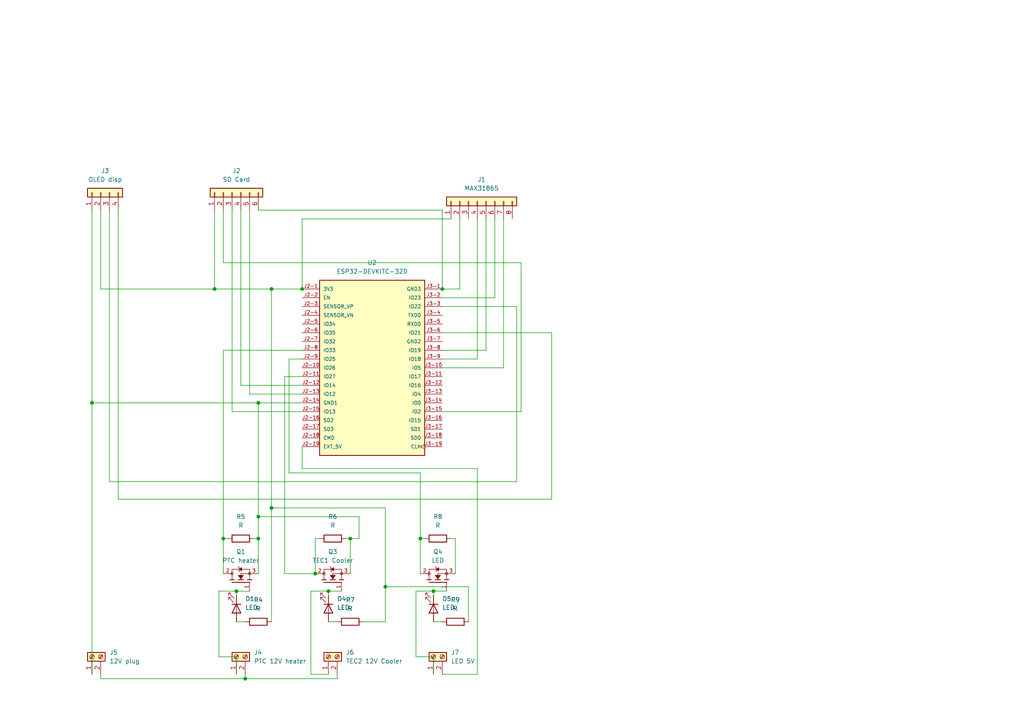
<source format=kicad_sch>
(kicad_sch (version 20250114) (generator "eeschema") (generator_version "9.0")
  (paper "A4")
  (lib_symbols
    (symbol "Connector:Screw_Terminal_01x02" (pin_names (offset 1.016) (hide yes))
      (property "Reference" "J" (at 0 2.54 0))
      (property "Value" "Screw_Terminal_01x02" (at 0 -5.08 0))
      (symbol "Screw_Terminal_01x02_1_1"
        (rectangle (start -1.27 1.27) (end 1.27 -3.81) (stroke (width 0.254)) (fill (type background)))
        (polyline (pts (xy -0.5334 0.3302) (xy 0.3302 -0.508)) (stroke (width 0.1524)))
        (polyline (pts (xy -0.5334 -2.2098) (xy 0.3302 -3.048)) (stroke (width 0.1524)))
        (polyline (pts (xy -0.3556 0.508) (xy 0.508 -0.3302)) (stroke (width 0.1524)))
        (polyline (pts (xy -0.3556 -2.032) (xy 0.508 -2.8702)) (stroke (width 0.1524)))
        (circle (center 0 0) (radius 0.635) (stroke (width 0.1524)))
        (circle (center 0 -2.54) (radius 0.635) (stroke (width 0.1524)))
        (pin passive line (at -5.08 0 0) (length 3.81) (name "Pin_1") (number "1"))
        (pin passive line (at -5.08 -2.54 0) (length 3.81) (name "Pin_2") (number "2"))
      )
    )
    (symbol "Connector_Generic:Conn_01x04" (pin_names (offset 1.016) (hide yes))
      (property "Reference" "J" (at 0 5.08 0))
      (property "Value" "Conn_01x04" (at 0 -7.62 0))
      (symbol "Conn_01x04_1_1"
        (rectangle (start -1.27 3.81) (end 1.27 -6.35) (stroke (width 0.254)) (fill (type background)))
        (rectangle (start -1.27 2.667) (end 0 2.413) (stroke (width 0.1524)))
        (rectangle (start -1.27 0.127) (end 0 -0.127) (stroke (width 0.1524)))
        (rectangle (start -1.27 -2.413) (end 0 -2.667) (stroke (width 0.1524)))
        (rectangle (start -1.27 -4.953) (end 0 -5.207) (stroke (width 0.1524)))
        (pin passive line (at -5.08 2.54 0) (length 3.81) (name "Pin_1") (number "1"))
        (pin passive line (at -5.08 0 0) (length 3.81) (name "Pin_2") (number "2"))
        (pin passive line (at -5.08 -2.54 0) (length 3.81) (name "Pin_3") (number "3"))
        (pin passive line (at -5.08 -5.08 0) (length 3.81) (name "Pin_4") (number "4"))
      )
    )
    (symbol "Connector_Generic:Conn_01x06" (pin_names (offset 1.016) (hide yes))
      (property "Reference" "J" (at 0 7.62 0))
      (property "Value" "Conn_01x06" (at 0 -10.16 0))
      (symbol "Conn_01x06_1_1"
        (rectangle (start -1.27 6.35) (end 1.27 -8.89) (stroke (width 0.254)) (fill (type background)))
        (rectangle (start -1.27 5.207) (end 0 4.953) (stroke (width 0.1524)))
        (rectangle (start -1.27 2.667) (end 0 2.413) (stroke (width 0.1524)))
        (rectangle (start -1.27 0.127) (end 0 -0.127) (stroke (width 0.1524)))
        (rectangle (start -1.27 -2.413) (end 0 -2.667) (stroke (width 0.1524)))
        (rectangle (start -1.27 -4.953) (end 0 -5.207) (stroke (width 0.1524)))
        (rectangle (start -1.27 -7.493) (end 0 -7.747) (stroke (width 0.1524)))
        (pin passive line (at -5.08 5.08 0) (length 3.81) (name "Pin_1") (number "1"))
        (pin passive line (at -5.08 2.54 0) (length 3.81) (name "Pin_2") (number "2"))
        (pin passive line (at -5.08 0 0) (length 3.81) (name "Pin_3") (number "3"))
        (pin passive line (at -5.08 -2.54 0) (length 3.81) (name "Pin_4") (number "4"))
        (pin passive line (at -5.08 -5.08 0) (length 3.81) (name "Pin_5") (number "5"))
        (pin passive line (at -5.08 -7.62 0) (length 3.81) (name "Pin_6") (number "6"))
      )
    )
    (symbol "Connector_Generic:Conn_01x08" (pin_names (offset 1.016) (hide yes))
      (property "Reference" "J" (at 0 10.16 0))
      (property "Value" "Conn_01x08" (at 0 -12.7 0))
      (symbol "Conn_01x08_1_1"
        (rectangle (start -1.27 8.89) (end 1.27 -11.43) (stroke (width 0.254)) (fill (type background)))
        (rectangle (start -1.27 7.747) (end 0 7.493) (stroke (width 0.1524)))
        (rectangle (start -1.27 5.207) (end 0 4.953) (stroke (width 0.1524)))
        (rectangle (start -1.27 2.667) (end 0 2.413) (stroke (width 0.1524)))
        (rectangle (start -1.27 0.127) (end 0 -0.127) (stroke (width 0.1524)))
        (rectangle (start -1.27 -2.413) (end 0 -2.667) (stroke (width 0.1524)))
        (rectangle (start -1.27 -4.953) (end 0 -5.207) (stroke (width 0.1524)))
        (rectangle (start -1.27 -7.493) (end 0 -7.747) (stroke (width 0.1524)))
        (rectangle (start -1.27 -10.033) (end 0 -10.287) (stroke (width 0.1524)))
        (pin passive line (at -5.08 7.62 0) (length 3.81) (name "Pin_1") (number "1"))
        (pin passive line (at -5.08 5.08 0) (length 3.81) (name "Pin_2") (number "2"))
        (pin passive line (at -5.08 2.54 0) (length 3.81) (name "Pin_3") (number "3"))
        (pin passive line (at -5.08 0 0) (length 3.81) (name "Pin_4") (number "4"))
        (pin passive line (at -5.08 -2.54 0) (length 3.81) (name "Pin_5") (number "5"))
        (pin passive line (at -5.08 -5.08 0) (length 3.81) (name "Pin_6") (number "6"))
        (pin passive line (at -5.08 -7.62 0) (length 3.81) (name "Pin_7") (number "7"))
        (pin passive line (at -5.08 -10.16 0) (length 3.81) (name "Pin_8") (number "8"))
      )
    )
    (symbol "Device:LED" (pin_numbers (hide yes)) (pin_names (offset 1.016) (hide yes))
      (property "Reference" "D" (at 0 2.54 0))
      (property "Value" "LED" (at 0 -2.54 0))
      (symbol "LED_0_1"
        (polyline (pts (xy -3.048 -0.762) (xy -4.572 -2.286) (xy -3.81 -2.286) (xy -4.572 -2.286) (xy -4.572 -1.524)))
        (polyline (pts (xy -1.778 -0.762) (xy -3.302 -2.286) (xy -2.54 -2.286) (xy -3.302 -2.286) (xy -3.302 -1.524)))
        (polyline (pts (xy -1.27 0) (xy 1.27 0)))
        (polyline (pts (xy -1.27 -1.27) (xy -1.27 1.27)) (stroke (width 0.254)))
        (polyline (pts (xy 1.27 -1.27) (xy 1.27 1.27) (xy -1.27 0) (xy 1.27 -1.27)) (stroke (width 0.254)))
      )
      (symbol "LED_1_1"
        (pin passive line (at -3.81 0 0) (length 2.54) (name "K") (number "1"))
        (pin passive line (at 3.81 0 180) (length 2.54) (name "A") (number "2"))
      )
    )
    (symbol "Device:R" (pin_numbers (hide yes)) (pin_names (offset 0))
      (property "Reference" "R" (at 2.032 0 90))
      (property "Value" "R" (at 0 0 90))
      (symbol "R_0_1"
        (rectangle (start -1.016 -2.54) (end 1.016 2.54) (stroke (width 0.254)))
      )
      (symbol "R_1_1"
        (pin passive line (at 0 3.81 270) (length 1.27) (name "~") (number "1"))
        (pin passive line (at 0 -3.81 90) (length 1.27) (name "~") (number "2"))
      )
    )
    (symbol "ESP32-DEVKITC-32D:ESP32-DEVKITC-32D" (pin_names (offset 1.016))
      (property "Reference" "U" (at -15.2572 26.0643 0))
      (property "Value" "ESP32-DEVKITC-32D" (at -15.2563 -27.9698 0))
      (symbol "ESP32-DEVKITC-32D_0_0"
        (rectangle (start -15.24 -25.4) (end 15.24 25.4) (stroke (width 0.254)) (fill (type background)))
        (pin power_in line (at -20.32 22.86 0) (length 5.08) (name "3V3") (number "J2-1"))
        (pin input line (at -20.32 20.32 0) (length 5.08) (name "EN") (number "J2-2"))
        (pin input line (at -20.32 17.78 0) (length 5.08) (name "SENSOR_VP") (number "J2-3"))
        (pin input line (at -20.32 15.24 0) (length 5.08) (name "SENSOR_VN") (number "J2-4"))
        (pin bidirectional line (at -20.32 12.7 0) (length 5.08) (name "IO34") (number "J2-5"))
        (pin bidirectional line (at -20.32 10.16 0) (length 5.08) (name "IO35") (number "J2-6"))
        (pin bidirectional line (at -20.32 7.62 0) (length 5.08) (name "IO32") (number "J2-7"))
        (pin bidirectional line (at -20.32 5.08 0) (length 5.08) (name "IO33") (number "J2-8"))
        (pin bidirectional line (at -20.32 2.54 0) (length 5.08) (name "IO25") (number "J2-9"))
        (pin bidirectional line (at -20.32 0 0) (length 5.08) (name "IO26") (number "J2-10"))
        (pin bidirectional line (at -20.32 -2.54 0) (length 5.08) (name "IO27") (number "J2-11"))
        (pin bidirectional line (at -20.32 -5.08 0) (length 5.08) (name "IO14") (number "J2-12"))
        (pin bidirectional line (at -20.32 -7.62 0) (length 5.08) (name "IO12") (number "J2-13"))
        (pin power_in line (at -20.32 -10.16 0) (length 5.08) (name "GND1") (number "J2-14"))
        (pin bidirectional line (at -20.32 -12.7 0) (length 5.08) (name "IO13") (number "J2-15"))
        (pin bidirectional line (at -20.32 -15.24 0) (length 5.08) (name "SD2") (number "J2-16"))
        (pin bidirectional line (at -20.32 -17.78 0) (length 5.08) (name "SD3") (number "J2-17"))
        (pin bidirectional line (at -20.32 -20.32 0) (length 5.08) (name "CMD") (number "J2-18"))
        (pin power_in line (at -20.32 -22.86 0) (length 5.08) (name "EXT_5V") (number "J2-19"))
        (pin power_in line (at 20.32 22.86 180) (length 5.08) (name "GND3") (number "J3-1"))
        (pin bidirectional line (at 20.32 20.32 180) (length 5.08) (name "IO23") (number "J3-2"))
        (pin bidirectional line (at 20.32 17.78 180) (length 5.08) (name "IO22") (number "J3-3"))
        (pin output line (at 20.32 15.24 180) (length 5.08) (name "TXD0") (number "J3-4"))
        (pin input line (at 20.32 12.7 180) (length 5.08) (name "RXD0") (number "J3-5"))
        (pin bidirectional line (at 20.32 10.16 180) (length 5.08) (name "IO21") (number "J3-6"))
        (pin power_in line (at 20.32 7.62 180) (length 5.08) (name "GND2") (number "J3-7"))
        (pin bidirectional line (at 20.32 5.08 180) (length 5.08) (name "IO19") (number "J3-8"))
        (pin bidirectional line (at 20.32 2.54 180) (length 5.08) (name "IO18") (number "J3-9"))
        (pin bidirectional line (at 20.32 0 180) (length 5.08) (name "IO5") (number "J3-10"))
        (pin bidirectional line (at 20.32 -2.54 180) (length 5.08) (name "IO17") (number "J3-11"))
        (pin bidirectional line (at 20.32 -5.08 180) (length 5.08) (name "IO16") (number "J3-12"))
        (pin bidirectional line (at 20.32 -7.62 180) (length 5.08) (name "IO4") (number "J3-13"))
        (pin bidirectional line (at 20.32 -10.16 180) (length 5.08) (name "IO0") (number "J3-14"))
        (pin bidirectional line (at 20.32 -12.7 180) (length 5.08) (name "IO2") (number "J3-15"))
        (pin bidirectional line (at 20.32 -15.24 180) (length 5.08) (name "IO15") (number "J3-16"))
        (pin bidirectional line (at 20.32 -17.78 180) (length 5.08) (name "SD1") (number "J3-17"))
        (pin bidirectional line (at 20.32 -20.32 180) (length 5.08) (name "SD0") (number "J3-18"))
        (pin input clock (at 20.32 -22.86 180) (length 5.08) (name "CLK") (number "J3-19"))
      )
    )
    (symbol "IRFZ44N:IRFZ44N" (pin_names (offset 1.016))
      (property "Reference" "Q" (at -8.89 2.54 0))
      (property "Value" "IRFZ44N" (at -8.89 -7.62 0))
      (symbol "IRFZ44N_0_0"
        (polyline (pts (xy 0 2.54) (xy 0 -2.54)) (stroke (width 0.254)))
        (polyline (pts (xy 0.762 3.175) (xy 0.762 2.54)) (stroke (width 0.254)))
        (polyline (pts (xy 0.762 2.54) (xy 0.762 1.905)) (stroke (width 0.254)))
        (polyline (pts (xy 0.762 2.54) (xy 3.81 2.54)) (stroke (width 0.1524)))
        (polyline (pts (xy 0.762 0.762) (xy 0.762 0)) (stroke (width 0.254)))
        (polyline (pts (xy 0.762 0) (xy 0.762 -0.762)) (stroke (width 0.254)))
        (polyline (pts (xy 0.762 0) (xy 2.54 0)) (stroke (width 0.1524)))
        (polyline (pts (xy 0.762 -1.905) (xy 0.762 -2.54)) (stroke (width 0.254)))
        (polyline (pts (xy 0.762 -2.54) (xy 0.762 -3.175)) (stroke (width 0.254)))
        (polyline (pts (xy 1.016 0) (xy 2.032 0.762) (xy 2.032 -0.762) (xy 1.016 0)) (stroke (width 0.1524)) (fill (type outline)))
        (circle (center 2.54 2.54) (radius 0.3592))
        (polyline (pts (xy 2.54 0) (xy 2.54 -2.54)) (stroke (width 0.1524)))
        (polyline (pts (xy 2.54 -2.54) (xy 0.762 -2.54)) (stroke (width 0.1524)))
        (polyline (pts (xy 2.54 -2.54) (xy 3.81 -2.54)) (stroke (width 0.1524)))
        (circle (center 2.54 -2.54) (radius 0.3592))
        (polyline (pts (xy 3.302 0.508) (xy 3.048 0.254)) (stroke (width 0.1524)))
        (polyline (pts (xy 3.81 2.54) (xy 3.81 0.508)) (stroke (width 0.1524)))
        (polyline (pts (xy 3.81 0.508) (xy 3.302 0.508)) (stroke (width 0.1524)))
        (polyline (pts (xy 3.81 0.508) (xy 3.81 -2.54)) (stroke (width 0.1524)))
        (polyline (pts (xy 3.81 0.508) (xy 3.302 -0.254) (xy 4.318 -0.254) (xy 3.81 0.508)) (stroke (width 0.1524)) (fill (type outline)))
        (polyline (pts (xy 4.318 0.508) (xy 3.81 0.508)) (stroke (width 0.1524)))
        (polyline (pts (xy 4.572 0.762) (xy 4.318 0.508)) (stroke (width 0.1524)))
        (pin passive line (at -2.54 -2.54 0) (length 2.54) (name "~") (number "1"))
        (pin passive line (at 2.54 5.08 270) (length 2.54) (name "~") (number "2"))
        (pin passive line (at 2.54 -5.08 90) (length 2.54) (name "~") (number "3"))
      )
    )
  )
  (junction (at 101.6 156.21))
  (junction (at 91.44 166.37))
  (junction (at 128.27 83.82))
  (junction (at 71.12 196.85))
  (junction (at 95.25 171.45))
  (junction (at 87.63 83.82))
  (junction (at 26.67 116.84))
  (junction (at 78.74 147.32))
  (junction (at 68.58 171.45))
  (junction (at 111.76 170.18))
  (junction (at 121.92 156.21))
  (junction (at 64.77 156.21))
  (junction (at 62.23 83.82))
  (junction (at 125.73 171.45))
  (junction (at 78.74 83.82))
  (junction (at 74.93 116.84))
  (junction (at 74.93 149.86))
  (junction (at 74.93 156.21))
  (wire (pts (xy 26.67 116.84) (xy 26.67 195.58)))
  (wire (pts (xy 73.66 156.21) (xy 74.93 156.21)))
  (wire (pts (xy 140.97 63.5) (xy 140.97 101.6)))
  (wire (pts (xy 83.82 104.14) (xy 87.63 104.14)))
  (wire (pts (xy 100.33 156.21) (xy 101.6 156.21)))
  (wire (pts (xy 64.77 60.96) (xy 64.77 76.2)))
  (wire (pts (xy 63.5 171.45) (xy 63.5 190.5)))
  (wire (pts (xy 91.44 156.21) (xy 91.44 166.37)))
  (wire (pts (xy 95.25 171.45) (xy 95.25 172.72)))
  (wire (pts (xy 74.93 116.84) (xy 87.63 116.84)))
  (wire (pts (xy 82.55 109.22) (xy 87.63 109.22)))
  (wire (pts (xy 104.14 156.21) (xy 104.14 149.86)))
  (wire (pts (xy 125.73 180.34) (xy 128.27 180.34)))
  (wire (pts (xy 64.77 101.6) (xy 87.63 101.6)))
  (wire (pts (xy 26.67 60.96) (xy 26.67 116.84)))
  (wire (pts (xy 111.76 147.32) (xy 78.74 147.32)))
  (wire (pts (xy 125.73 171.45) (xy 129.54 171.45)))
  (wire (pts (xy 78.74 83.82) (xy 87.63 83.82)))
  (wire (pts (xy 71.12 196.85) (xy 71.12 195.58)))
  (wire (pts (xy 82.55 166.37) (xy 82.55 109.22)))
  (wire (pts (xy 151.13 76.2) (xy 151.13 119.38)))
  (wire (pts (xy 68.58 190.5) (xy 68.58 195.58)))
  (wire (pts (xy 143.51 63.5) (xy 143.51 86.36)))
  (wire (pts (xy 121.92 137.16) (xy 83.82 137.16)))
  (wire (pts (xy 34.29 144.78) (xy 160.02 144.78)))
  (wire (pts (xy 149.86 139.7) (xy 149.86 88.9)))
  (wire (pts (xy 120.65 171.45) (xy 120.65 190.5)))
  (wire (pts (xy 78.74 83.82) (xy 78.74 147.32)))
  (wire (pts (xy 135.89 180.34) (xy 135.89 170.18)))
  (wire (pts (xy 74.93 166.37) (xy 74.93 156.21)))
  (wire (pts (xy 71.12 196.85) (xy 97.79 196.85)))
  (wire (pts (xy 121.92 156.21) (xy 121.92 137.16)))
  (wire (pts (xy 95.25 171.45) (xy 99.06 171.45)))
  (wire (pts (xy 151.13 119.38) (xy 128.27 119.38)))
  (wire (pts (xy 29.21 83.82) (xy 62.23 83.82)))
  (wire (pts (xy 87.63 83.82) (xy 87.63 63.5)))
  (wire (pts (xy 138.43 135.89) (xy 87.63 135.89)))
  (wire (pts (xy 74.93 149.86) (xy 74.93 156.21)))
  (wire (pts (xy 101.6 156.21) (xy 101.6 166.37)))
  (wire (pts (xy 143.51 86.36) (xy 128.27 86.36)))
  (wire (pts (xy 146.05 63.5) (xy 146.05 106.68)))
  (wire (pts (xy 111.76 180.34) (xy 105.41 180.34)))
  (wire (pts (xy 63.5 190.5) (xy 68.58 190.5)))
  (wire (pts (xy 121.92 156.21) (xy 121.92 166.37)))
  (wire (pts (xy 104.14 149.86) (xy 74.93 149.86)))
  (wire (pts (xy 31.75 60.96) (xy 31.75 139.7)))
  (wire (pts (xy 29.21 196.85) (xy 71.12 196.85)))
  (wire (pts (xy 101.6 156.21) (xy 104.14 156.21)))
  (wire (pts (xy 78.74 147.32) (xy 78.74 180.34)))
  (wire (pts (xy 123.19 156.21) (xy 121.92 156.21)))
  (wire (pts (xy 120.65 190.5) (xy 125.73 190.5)))
  (wire (pts (xy 128.27 195.58) (xy 138.43 195.58)))
  (wire (pts (xy 140.97 101.6) (xy 128.27 101.6)))
  (wire (pts (xy 160.02 96.52) (xy 128.27 96.52)))
  (wire (pts (xy 72.39 114.3) (xy 87.63 114.3)))
  (wire (pts (xy 62.23 60.96) (xy 62.23 83.82)))
  (wire (pts (xy 90.17 171.45) (xy 95.25 171.45)))
  (wire (pts (xy 74.93 116.84) (xy 74.93 149.86)))
  (wire (pts (xy 125.73 190.5) (xy 125.73 195.58)))
  (wire (pts (xy 133.35 83.82) (xy 128.27 83.82)))
  (wire (pts (xy 95.25 195.58) (xy 90.17 195.58)))
  (wire (pts (xy 29.21 195.58) (xy 29.21 196.85)))
  (wire (pts (xy 111.76 170.18) (xy 111.76 147.32)))
  (wire (pts (xy 67.31 119.38) (xy 87.63 119.38)))
  (wire (pts (xy 125.73 171.45) (xy 125.73 172.72)))
  (wire (pts (xy 64.77 156.21) (xy 64.77 166.37)))
  (wire (pts (xy 69.85 60.96) (xy 69.85 111.76)))
  (wire (pts (xy 92.71 156.21) (xy 91.44 156.21)))
  (wire (pts (xy 135.89 170.18) (xy 111.76 170.18)))
  (wire (pts (xy 74.93 60.96) (xy 128.27 60.96)))
  (wire (pts (xy 95.25 180.34) (xy 97.79 180.34)))
  (wire (pts (xy 138.43 104.14) (xy 128.27 104.14)))
  (wire (pts (xy 97.79 195.58) (xy 97.79 196.85)))
  (wire (pts (xy 133.35 63.5) (xy 133.35 83.82)))
  (wire (pts (xy 132.08 166.37) (xy 132.08 156.21)))
  (wire (pts (xy 111.76 180.34) (xy 111.76 170.18)))
  (wire (pts (xy 69.85 111.76) (xy 87.63 111.76)))
  (wire (pts (xy 68.58 171.45) (xy 72.39 171.45)))
  (wire (pts (xy 149.86 88.9) (xy 128.27 88.9)))
  (wire (pts (xy 67.31 60.96) (xy 67.31 119.38)))
  (wire (pts (xy 128.27 60.96) (xy 128.27 83.82)))
  (wire (pts (xy 68.58 180.34) (xy 71.12 180.34)))
  (wire (pts (xy 130.81 156.21) (xy 132.08 156.21)))
  (wire (pts (xy 66.04 156.21) (xy 64.77 156.21)))
  (wire (pts (xy 31.75 139.7) (xy 149.86 139.7)))
  (wire (pts (xy 87.63 135.89) (xy 87.63 129.54)))
  (wire (pts (xy 62.23 83.82) (xy 78.74 83.82)))
  (wire (pts (xy 90.17 195.58) (xy 90.17 171.45)))
  (wire (pts (xy 29.21 60.96) (xy 29.21 83.82)))
  (wire (pts (xy 146.05 106.68) (xy 128.27 106.68)))
  (wire (pts (xy 34.29 60.96) (xy 34.29 144.78)))
  (wire (pts (xy 64.77 76.2) (xy 151.13 76.2)))
  (wire (pts (xy 64.77 101.6) (xy 64.77 156.21)))
  (wire (pts (xy 160.02 144.78) (xy 160.02 96.52)))
  (wire (pts (xy 72.39 60.96) (xy 72.39 114.3)))
  (wire (pts (xy 120.65 171.45) (xy 125.73 171.45)))
  (wire (pts (xy 68.58 171.45) (xy 68.58 172.72)))
  (wire (pts (xy 91.44 166.37) (xy 82.55 166.37)))
  (wire (pts (xy 26.67 116.84) (xy 74.93 116.84)))
  (wire (pts (xy 87.63 63.5) (xy 130.81 63.5)))
  (wire (pts (xy 63.5 171.45) (xy 68.58 171.45)))
  (wire (pts (xy 138.43 63.5) (xy 138.43 104.14)))
  (wire (pts (xy 138.43 195.58) (xy 138.43 135.89)))
  (wire (pts (xy 83.82 137.16) (xy 83.82 104.14)))
  (symbol (lib_id "Device:LED") (at 68.58 176.53 270) (unit 1)
    (property "Reference" "D1" (at 71.12 173.6724 90) (effects (justify left)))
    (property "Value" "LED" (at 71.12 176.2124 90) (effects (justify left)))
    (property "Description" "Light emitting diode" (effects (hide yes)))
    (property "Sim.Pins" "1=K 2=A" (effects (hide yes)))
  )
  (symbol (lib_id "IRFZ44N:IRFZ44N") (at 96.52 168.91 90) (unit 1)
    (property "Reference" "Q3" (at 96.52 160.02 90))
    (property "Value" "TEC1 Cooler" (at 96.52 162.56 90))
    (property "Footprint" "IRFZ44N:TO254P1016X419X2286-3" (effects (hide yes)))
    (property "MF" "Infineon Technologies" (effects (hide yes)))
    (property "MAXIMUM_PACKAGE_HEIGHT" "22.86 mm" (effects (hide yes)))
    (property "Package" "TO-220-3 Infineon" (effects (hide yes)))
    (property "Price" "None" (effects (hide yes)))
    (property "Check_prices" "https://www.snapeda.com/parts/IRFZ44N/Infineon/view-part/?ref=eda" (effects (hide yes)))
    (property "STANDARD" "IPC 7351B" (effects (hide yes)))
    (property "PARTREV" "09/21/10" (effects (hide yes)))
    (property "SnapEDA_Link" "https://www.snapeda.com/parts/IRFZ44N/Infineon/view-part/?ref=snap" (effects (hide yes)))
    (property "MP" "IRFZ44N" (effects (hide yes)))
    (property "Description_1" "N-Channel 55 V 49A (Tc) 94W (Tc) Through Hole TO-220AB" (effects (hide yes)))
    (property "SNAPEDA_PN" "IRFZ44N" (effects (hide yes)))
    (property "Availability" "In Stock" (effects (hide yes)))
    (property "MANUFACTURER" "Infineon" (effects (hide yes)))
  )
  (symbol (lib_id "Connector:Screw_Terminal_01x02") (at 125.73 190.5 90) (unit 1)
    (property "Reference" "J7" (at 130.81 189.2299 90) (effects (justify right)))
    (property "Value" "LED 5V" (at 130.81 191.7699 90) (effects (justify right)))
    (property "Description" "Generic screw terminal, single row, 01x02, script generated (kicad-library-utils/schlib/autogen/connector/)" (effects (hide yes)))
  )
  (symbol (lib_id "Device:R") (at 74.93 180.34 90) (unit 1)
    (property "Reference" "R4" (at 74.93 173.99 90))
    (property "Value" "R" (at 74.93 176.53 90))
    (property "Description" "Resistor" (effects (hide yes)))
  )
  (symbol (lib_id "Device:R") (at 132.08 180.34 90) (unit 1)
    (property "Reference" "R9" (at 132.08 173.99 90))
    (property "Value" "R" (at 132.08 176.53 90))
    (property "Description" "Resistor" (effects (hide yes)))
  )
  (symbol (lib_id "Device:R") (at 96.52 156.21 90) (unit 1)
    (property "Reference" "R6" (at 96.52 149.86 90))
    (property "Value" "R" (at 96.52 152.4 90))
    (property "Description" "Resistor" (effects (hide yes)))
  )
  (symbol (lib_id "Connector:Screw_Terminal_01x02") (at 68.58 190.5 90) (unit 1)
    (property "Reference" "J4" (at 73.66 189.2299 90) (effects (justify right)))
    (property "Value" "PTC 12V heater" (at 73.66 191.7699 90) (effects (justify right)))
    (property "Description" "Generic screw terminal, single row, 01x02, script generated (kicad-library-utils/schlib/autogen/connector/)" (effects (hide yes)))
  )
  (symbol (lib_id "Connector:Screw_Terminal_01x02") (at 95.25 190.5 90) (unit 1)
    (property "Reference" "J6" (at 100.33 189.2299 90) (effects (justify right)))
    (property "Value" "TEC2 12V Cooler" (at 100.33 191.7699 90) (effects (justify right)))
    (property "Description" "Generic screw terminal, single row, 01x02, script generated (kicad-library-utils/schlib/autogen/connector/)" (effects (hide yes)))
  )
  (symbol (lib_id "IRFZ44N:IRFZ44N") (at 127 168.91 90) (unit 1)
    (property "Reference" "Q4" (at 127 160.02 90))
    (property "Value" "LED" (at 127 162.56 90))
    (property "Footprint" "IRFZ44N:TO254P1016X419X2286-3" (effects (hide yes)))
    (property "MF" "Infineon Technologies" (effects (hide yes)))
    (property "MAXIMUM_PACKAGE_HEIGHT" "22.86 mm" (effects (hide yes)))
    (property "Package" "TO-220-3 Infineon" (effects (hide yes)))
    (property "Price" "None" (effects (hide yes)))
    (property "Check_prices" "https://www.snapeda.com/parts/IRFZ44N/Infineon/view-part/?ref=eda" (effects (hide yes)))
    (property "STANDARD" "IPC 7351B" (effects (hide yes)))
    (property "PARTREV" "09/21/10" (effects (hide yes)))
    (property "SnapEDA_Link" "https://www.snapeda.com/parts/IRFZ44N/Infineon/view-part/?ref=snap" (effects (hide yes)))
    (property "MP" "IRFZ44N" (effects (hide yes)))
    (property "Description_1" "N-Channel 55 V 49A (Tc) 94W (Tc) Through Hole TO-220AB" (effects (hide yes)))
    (property "SNAPEDA_PN" "IRFZ44N" (effects (hide yes)))
    (property "Availability" "In Stock" (effects (hide yes)))
    (property "MANUFACTURER" "Infineon" (effects (hide yes)))
  )
  (symbol (lib_id "Connector_Generic:Conn_01x04") (at 29.21 55.88 90) (unit 1)
    (property "Reference" "J3" (at 30.48 49.53 90))
    (property "Value" "OLED disp" (at 30.48 52.07 90))
    (property "Description" "Generic connector, single row, 01x04, script generated (kicad-library-utils/schlib/autogen/connector/)" (effects (hide yes)))
  )
  (symbol (lib_id "ESP32-DEVKITC-32D:ESP32-DEVKITC-32D") (at 107.95 106.68 0) (unit 1)
    (property "Reference" "U2" (at 107.95 76.2 0))
    (property "Value" "ESP32-DEVKITC-32D" (at 107.95 78.74 0))
    (property "Footprint" "ESP32-DEVKITC-32D:MODULE_ESP32-DEVKITC-32D" (effects (hide yes)))
    (property "MF" "Espressif Systems" (effects (hide yes)))
    (property "MAXIMUM_PACKAGE_HEIGHT" "N/A" (effects (hide yes)))
    (property "Package" "None" (effects (hide yes)))
    (property "Price" "None" (effects (hide yes)))
    (property "Check_prices" "https://www.snapeda.com/parts/ESP32-DEVKITC-32D/Espressif+Systems/view-part/?ref=eda" (effects (hide yes)))
    (property "STANDARD" "Manufacturer Recommendations" (effects (hide yes)))
    (property "PARTREV" "V4" (effects (hide yes)))
    (property "SnapEDA_Link" "https://www.snapeda.com/parts/ESP32-DEVKITC-32D/Espressif+Systems/view-part/?ref=snap" (effects (hide yes)))
    (property "MP" "ESP32-DEVKITC-32D" (effects (hide yes)))
    (property "Description_1" "WiFi Development Tools (802.11) ESP32 General Development Kit, ESP32-WROOM-32D on the board" (effects (hide yes)))
    (property "MANUFACTURER" "Espressif Systems" (effects (hide yes)))
    (property "Availability" "In Stock" (effects (hide yes)))
    (property "SNAPEDA_PN" "ESP32-DEVKITC-32D" (effects (hide yes)))
  )
  (symbol (lib_id "Connector_Generic:Conn_01x08") (at 138.43 58.42 90) (unit 1)
    (property "Reference" "J1" (at 139.7 52.07 90))
    (property "Value" "MAX31865" (at 139.7 54.61 90))
    (property "Description" "Generic connector, single row, 01x08, script generated (kicad-library-utils/schlib/autogen/connector/)" (effects (hide yes)))
  )
  (symbol (lib_id "IRFZ44N:IRFZ44N") (at 69.85 168.91 90) (unit 1)
    (property "Reference" "Q1" (at 69.85 160.02 90))
    (property "Value" "PTC heater" (at 69.85 162.56 90))
    (property "Footprint" "IRFZ44N:TO254P1016X419X2286-3" (effects (hide yes)))
    (property "MF" "Infineon Technologies" (effects (hide yes)))
    (property "MAXIMUM_PACKAGE_HEIGHT" "22.86 mm" (effects (hide yes)))
    (property "Package" "TO-220-3 Infineon" (effects (hide yes)))
    (property "Price" "None" (effects (hide yes)))
    (property "Check_prices" "https://www.snapeda.com/parts/IRFZ44N/Infineon/view-part/?ref=eda" (effects (hide yes)))
    (property "STANDARD" "IPC 7351B" (effects (hide yes)))
    (property "PARTREV" "09/21/10" (effects (hide yes)))
    (property "SnapEDA_Link" "https://www.snapeda.com/parts/IRFZ44N/Infineon/view-part/?ref=snap" (effects (hide yes)))
    (property "MP" "IRFZ44N" (effects (hide yes)))
    (property "Description_1" "N-Channel 55 V 49A (Tc) 94W (Tc) Through Hole TO-220AB" (effects (hide yes)))
    (property "SNAPEDA_PN" "IRFZ44N" (effects (hide yes)))
    (property "Availability" "In Stock" (effects (hide yes)))
    (property "MANUFACTURER" "Infineon" (effects (hide yes)))
  )
  (symbol (lib_id "Device:R") (at 127 156.21 90) (unit 1)
    (property "Reference" "R8" (at 127 149.86 90))
    (property "Value" "R" (at 127 152.4 90))
    (property "Description" "Resistor" (effects (hide yes)))
  )
  (symbol (lib_id "Device:R") (at 69.85 156.21 90) (unit 1)
    (property "Reference" "R5" (at 69.85 149.86 90))
    (property "Value" "R" (at 69.85 152.4 90))
    (property "Description" "Resistor" (effects (hide yes)))
  )
  (symbol (lib_id "Connector_Generic:Conn_01x06") (at 67.31 55.88 90) (unit 1)
    (property "Reference" "J2" (at 68.58 49.53 90))
    (property "Value" "SD Card" (at 68.58 52.07 90))
    (property "Description" "Generic connector, single row, 01x06, script generated (kicad-library-utils/schlib/autogen/connector/)" (effects (hide yes)))
  )
  (symbol (lib_id "Device:R") (at 101.6 180.34 90) (unit 1)
    (property "Reference" "R7" (at 101.6 173.99 90))
    (property "Value" "R" (at 101.6 176.53 90))
    (property "Description" "Resistor" (effects (hide yes)))
  )
  (symbol (lib_id "Connector:Screw_Terminal_01x02") (at 26.67 190.5 90) (unit 1)
    (property "Reference" "J5" (at 31.75 189.2299 90) (effects (justify right)))
    (property "Value" "12V plug" (at 31.75 191.7699 90) (effects (justify right)))
    (property "Description" "Generic screw terminal, single row, 01x02, script generated (kicad-library-utils/schlib/autogen/connector/)" (effects (hide yes)))
  )
  (symbol (lib_id "Device:LED") (at 125.73 176.53 270) (unit 1)
    (property "Reference" "D5" (at 128.27 173.6724 90) (effects (justify left)))
    (property "Value" "LED" (at 128.27 176.2124 90) (effects (justify left)))
    (property "Description" "Light emitting diode" (effects (hide yes)))
    (property "Sim.Pins" "1=K 2=A" (effects (hide yes)))
  )
  (symbol (lib_id "Device:LED") (at 95.25 176.53 270) (unit 1)
    (property "Reference" "D4" (at 97.79 173.6724 90) (effects (justify left)))
    (property "Value" "LED" (at 97.79 176.2124 90) (effects (justify left)))
    (property "Description" "Light emitting diode" (effects (hide yes)))
    (property "Sim.Pins" "1=K 2=A" (effects (hide yes)))
  )
)
</source>
